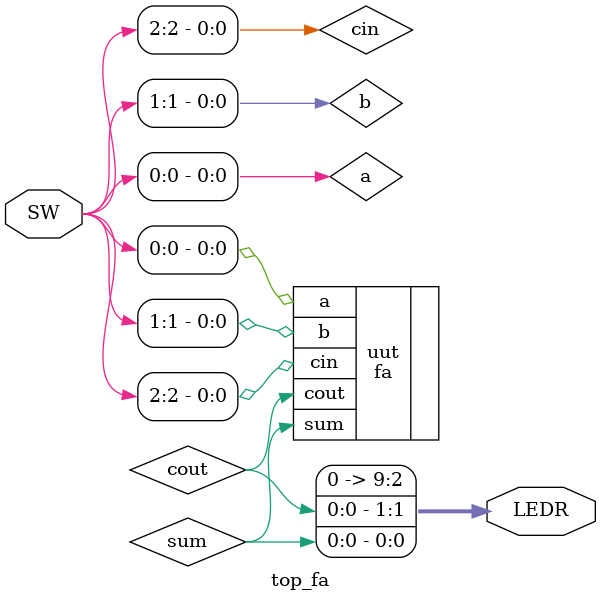
<source format=v>
module top_fa (
    input  [9:0] SW,     // Switches on DE10-Lite
    output [9:0] LEDR    // LEDs on DE10-Lite
);

wire sum, cout;
wire a, b, cin;

assign a   = SW[0];  // Input 'a' from SW[0]
assign b   = SW[1];  // Input 'b' from SW[1]
assign cin = SW[2];  // Carry-in from SW[2]

// Instantiate the Full Adder
fa uut (
    .a(a),
    .b(b),
    .cin(cin),
    .sum(sum),
    .cout(cout)
);

// Display sum and carry on LEDs
assign LEDR[0] = sum;     // LEDR[0] = sum output
assign LEDR[1] = cout;   // LEDR[1] = carry output
assign LEDR[9:2] = 8'b0;  // Remaining LEDs OFF

endmodule
</source>
